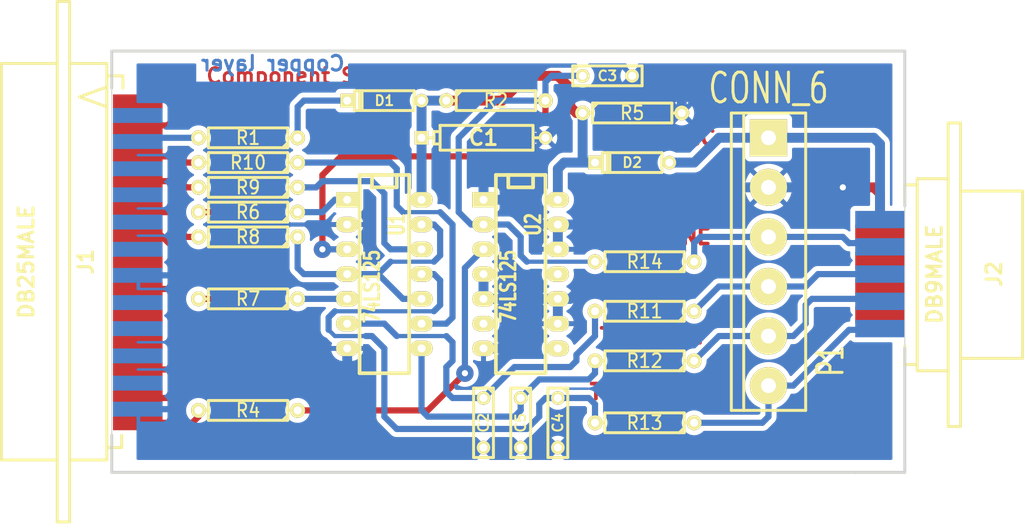
<source format=kicad_pcb>
(kicad_pcb (version 20221018) (generator pcbnew)
  (title_block (rev "1") (company "Kicad Demo"))
  (layers (0 "F.Cu" signal "Dessus") (31 "B.Cu" signal "Dessous") (34 "B.Paste" user) (35 "F.Paste" user) (36 "B.SilkS" user "B.Silkscreen") (37 "F.SilkS" user "F.Silkscreen") (38 "B.Mask" user) (39 "F.Mask" user) (44 "Edge.Cuts" user))
  (net 0 "")
  (net 1 "/CLK-D1")
  (net 2 "/CTRL-D3")
  (net 3 "/DONE-SELECT*")
  (net 4 "/PWR_3,3-5V")
  (net 5 "/TCK-CCLK")
  (net 6 "/TD0-DONE")
  (net 7 "/TD0-PROG-D4")
  (net 8 "/TDI-DIN")
  (net 9 "/TDI-DIN-D0")
  (net 10 "/TMS-PROG")
  (net 11 "/TMS-PROG-D2")
  (net 12 "/VCC_SENSE-ERROR*")
  (net 13 "GND")
  (net 14 "N-000008")
  (net 15 "N-000014")
  (net 16 "N-000015")
  (net 17 "N-000016")
  (net 18 "N-000030")
  (net 19 "N-000031")
  (net 20 "N-000032")
  (net 21 "N-000033")
  (net 22 "N-000034")
  (net 23 "N-000035")
  (net 24 "N-000036")
  (net 25 "N-000038")
  (net 26 "VCC")
  (footprint "R4" (layer "F.Cu") (at 116.84 86.36 180)
    (fp_text reference "R8" (at 0 0 180) (layer "F.SilkS") (effects (font (size 1.397 1.27) (thickness 0.2032))))
    (fp_text value "100" hide)
    (pad "1" thru_hole circle (at -5.08 0 180) (size 1.524 1.524) (drill 0.8128) (layers "*.Cu" "*.Mask" "F.SilkS") (net 21 "N-000033"))
    (pad "2" thru_hole circle (at 5.08 0 180) (size 1.524 1.524) (drill 0.8128) (layers "*.Cu" "*.Mask" "F.SilkS") (net 2 "/CTRL-D3"))
  )
  (footprint "R4" (layer "F.Cu") (at 156.21 73.66)
    (fp_text reference "R5" (at 0 0) (layer "F.SilkS") (effects (font (size 1.397 1.27) (thickness 0.2032))))
    (fp_text value "1K" hide)
    (pad "1" thru_hole circle (at -5.08 0) (size 1.524 1.524) (drill 0.8128) (layers "*.Cu" "*.Mask" "F.SilkS") (net 26 "VCC"))
    (pad "2" thru_hole circle (at 5.08 0) (size 1.524 1.524) (drill 0.8128) (layers "*.Cu" "*.Mask" "F.SilkS") (net 13 "GND"))
  )
  (footprint "R4" (layer "F.Cu") (at 157.48 105.41 180)
    (fp_text reference "R13" (at 0 0 180) (layer "F.SilkS") (effects (font (size 1.397 1.27) (thickness 0.2032))))
    (fp_text value "100" hide)
    (pad "1" thru_hole circle (at -5.08 0 180) (size 1.524 1.524) (drill 0.8128) (layers "*.Cu" "*.Mask" "F.SilkS") (net 10 "/TMS-PROG"))
    (pad "2" thru_hole circle (at 5.08 0 180) (size 1.524 1.524) (drill 0.8128) (layers "*.Cu" "*.Mask" "F.SilkS") (net 22 "N-000034"))
  )
  (footprint "DB25M_CI" (layer "F.Cu") (at 102.87 88.9 90)
    (fp_text reference "J1" (at 0 -2.667 270) (layer "F.SilkS") (effects (font (size 1.524 1.524) (thickness 0.3048))))
    (fp_text value "DB25MALE" (at 0 -8.763 270) (layer "F.SilkS") (effects (font (size 1.524 1.524) (thickness 0.3048))))
    (pad "1" connect rect (at 16.383 2.667 180) (size 5.08 1.524) (layers "F.Cu" "F.Mask"))
    (pad "2" connect rect (at 13.716 2.667 180) (size 5.08 1.524) (layers "F.Cu" "F.Mask") (net 9 "/TDI-DIN-D0"))
    (pad "3" connect rect (at 10.922 2.667 180) (size 5.08 1.524) (layers "F.Cu" "F.Mask") (net 1 "/CLK-D1"))
    (pad "4" connect rect (at 8.128 2.667 180) (size 5.08 1.524) (layers "F.Cu" "F.Mask") (net 11 "/TMS-PROG-D2"))
    (pad "5" connect rect (at 5.461 2.667 180) (size 5.08 1.524) (layers "F.Cu" "F.Mask") (net 2 "/CTRL-D3"))
    (pad "6" connect rect (at 2.667 2.667 180) (size 5.08 1.524) (layers "F.Cu" "F.Mask") (net 7 "/TD0-PROG-D4"))
    (pad "7" connect rect (at 0 2.667 180) (size 5.08 1.524) (layers "F.Cu" "F.Mask"))
    (pad "8" connect rect (at -2.794 2.667 180) (size 5.08 1.524) (layers "F.Cu" "F.Mask") (net 14 "N-000008"))
    (pad "9" connect rect (at -5.588 2.667 180) (size 5.08 1.524) (layers "F.Cu" "F.Mask"))
    (pad "10" connect rect (at -8.255 2.667 180) (size 5.08 1.524) (layers "F.Cu" "F.Mask"))
    (pad "11" connect rect (at -11.049 2.667 180) (size 5.08 1.524) (layers "F.Cu" "F.Mask") (net 14 "N-000008"))
    (pad "12" connect rect (at -13.716 2.667 180) (size 5.08 1.524) (layers "F.Cu" "F.Mask") (net 14 "N-000008"))
    (pad "13" connect rect (at -16.51 2.667 180) (size 5.08 1.524) (layers "F.Cu" "F.Mask") (net 3 "/DONE-SELECT*"))
    (pad "14" connect rect (at 14.986 2.667 180) (size 5.08 1.524) (layers "B.Cu" "B.Mask"))
    (pad "15" connect rect (at 12.319 2.667 180) (size 5.08 1.524) (layers "B.Cu" "B.Mask") (net 12 "/VCC_SENSE-ERROR*"))
    (pad "16" connect rect (at 9.525 2.667 180) (size 5.08 1.524) (layers "B.Cu" "B.Mask"))
    (pad "17" connect rect (at 6.858 2.667 180) (size 5.08 1.524) (layers "B.Cu" "B.Mask"))
    (pad "18" connect rect (at 4.064 2.667 180) (size 5.08 1.524) (layers "B.Cu" "B.Mask"))
    (pad "19" connect rect (at 1.27 2.667 180) (size 5.08 1.524) (layers "B.Cu" "B.Mask"))
    (pad "20" connect rect (at -1.397 2.667 180) (size 5.08 1.524) (layers "B.Cu" "B.Mask") (net 13 "GND"))
    (pad "21" connect rect (at -4.191 2.667 180) (size 5.08 1.524) (layers "B.Cu" "B.Mask"))
    (pad "22" connect rect (at -6.858 2.667 180) (size 5.08 1.524) (layers "B.Cu" "B.Mask"))
    (pad "23" connect rect (at -9.652 2.667 180) (size 5.08 1.524) (layers "B.Cu" "B.Mask"))
    (pad "24" connect rect (at -12.446 2.667 180) (size 5.08 1.524) (layers "B.Cu" "B.Mask"))
    (pad "25" connect rect (at -15.113 2.667 180) (size 5.08 1.524) (layers "B.Cu" "B.Mask") (net 13 "GND"))
  )
  (footprint "R4" (layer "F.Cu") (at 157.48 88.9 180)
    (fp_text reference "R14" (at 0 0 180) (layer "F.SilkS") (effects (font (size 1.397 1.27) (thickness 0.2032))))
    (fp_text value "100" hide)
    (pad "1" thru_hole circle (at -5.08 0 180) (size 1.524 1.524) (drill 0.8128) (layers "*.Cu" "*.Mask" "F.SilkS") (net 6 "/TD0-DONE"))
    (pad "2" thru_hole circle (at 5.08 0 180) (size 1.524 1.524) (drill 0.8128) (layers "*.Cu" "*.Mask" "F.SilkS") (net 25 "N-000038"))
  )
  (footprint "R4" (layer "F.Cu") (at 142.24 72.39)
    (fp_text reference "R2" (at 0 0) (layer "F.SilkS") (effects (font (size 1.397 1.27) (thickness 0.2032))))
    (fp_text value "5,1K" hide)
    (pad "1" thru_hole circle (at -5.08 0) (size 1.524 1.524) (drill 0.8128) (layers "*.Cu" "*.Mask" "F.SilkS") (net 26 "VCC"))
    (pad "2" thru_hole circle (at 5.08 0) (size 1.524 1.524) (drill 0.8128) (layers "*.Cu" "*.Mask" "F.SilkS") (net 25 "N-000038"))
  )
  (footprint "C2" (layer "F.Cu") (at 148.59 105.41 -90)
    (fp_text reference "C4" (at 0 0 270) (layer "F.SilkS") (effects (font (size 1.016 1.016) (thickness 0.2032))))
    (fp_text value "100pF" hide)
    (pad "1" thru_hole circle (at -2.54 0 270) (size 1.397 1.397) (drill 0.8128) (layers "*.Cu" "*.Mask" "F.SilkS") (net 22 "N-000034"))
    (pad "2" thru_hole circle (at 2.54 0 270) (size 1.397 1.397) (drill 0.8128) (layers "*.Cu" "*.Mask" "F.SilkS") (net 13 "GND"))
  )
  (footprint "14DIP-ELL300" (layer "F.Cu") (at 130.81 90.17 -90)
    (fp_text reference "U1" (at -5.08 -1.27 270) (layer "F.SilkS") (effects (font (size 1.524 1.143) (thickness 0.28702))))
    (fp_text value "74LS125" (at 1.27 1.27 270) (layer "F.SilkS") (effects (font (size 1.524 1.143) (thickness 0.28702))))
    (pad "1" thru_hole rect (at -7.62 3.81 270) (size 1.5748 2.286) (drill 0.8128) (layers "*.Cu" "*.Mask" "F.SilkS") (net 19 "N-000031"))
    (pad "2" thru_hole oval (at -5.08 3.81 270) (size 1.5748 2.286) (drill 0.8128) (layers "*.Cu" "*.Mask" "F.SilkS") (net 13 "GND"))
    (pad "3" thru_hole oval (at -2.54 3.81 270) (size 1.5748 2.286) (drill 0.8128) (layers "*.Cu" "*.Mask" "F.SilkS") (net 25 "N-000038"))
    (pad "4" thru_hole oval (at 0 3.81 270) (size 1.5748 2.286) (drill 0.8128) (layers "*.Cu" "*.Mask" "F.SilkS") (net 21 "N-000033"))
    (pad "5" thru_hole oval (at 2.54 3.81 270) (size 1.5748 2.286) (drill 0.8128) (layers "*.Cu" "*.Mask" "F.SilkS") (net 17 "N-000016"))
    (pad "6" thru_hole oval (at 5.08 3.81 270) (size 1.5748 2.286) (drill 0.8128) (layers "*.Cu" "*.Mask" "F.SilkS") (net 23 "N-000035"))
    (pad "7" thru_hole oval (at 7.62 3.81 270) (size 1.5748 2.286) (drill 0.8128) (layers "*.Cu" "*.Mask" "F.SilkS") (net 13 "GND"))
    (pad "8" thru_hole oval (at 7.62 -3.81 270) (size 1.5748 2.286) (drill 0.8128) (layers "*.Cu" "*.Mask" "F.SilkS") (net 24 "N-000036"))
    (pad "9" thru_hole oval (at 5.08 -3.81 270) (size 1.5748 2.286) (drill 0.8128) (layers "*.Cu" "*.Mask" "F.SilkS") (net 18 "N-000030"))
    (pad "10" thru_hole oval (at 2.54 -3.81 270) (size 1.5748 2.286) (drill 0.8128) (layers "*.Cu" "*.Mask" "F.SilkS") (net 21 "N-000033"))
    (pad "11" thru_hole oval (at 0 -3.81 270) (size 1.5748 2.286) (drill 0.8128) (layers "*.Cu" "*.Mask" "F.SilkS") (net 22 "N-000034"))
    (pad "12" thru_hole oval (at -2.54 -3.81 270) (size 1.5748 2.286) (drill 0.8128) (layers "*.Cu" "*.Mask" "F.SilkS") (net 20 "N-000032"))
    (pad "13" thru_hole oval (at -5.08 -3.81 270) (size 1.5748 2.286) (drill 0.8128) (layers "*.Cu" "*.Mask" "F.SilkS") (net 21 "N-000033"))
    (pad "14" thru_hole oval (at -7.62 -3.81 270) (size 1.5748 2.286) (drill 0.8128) (layers "*.Cu" "*.Mask" "F.SilkS") (net 26 "VCC"))
  )
  (footprint "14DIP-ELL300" (layer "F.Cu") (at 144.78 90.17 -90)
    (fp_text reference "U2" (at -5.08 -1.27 270) (layer "F.SilkS") (effects (font (size 1.524 1.143) (thickness 0.28702))))
    (fp_text value "74LS125" (at 1.27 1.27 270) (layer "F.SilkS") (effects (font (size 1.524 1.143) (thickness 0.28702))))
    (pad "1" thru_hole rect (at -7.62 3.81 270) (size 1.5748 2.286) (drill 0.8128) (layers "*.Cu" "*.Mask" "F.SilkS") (net 13 "GND"))
    (pad "2" thru_hole oval (at -5.08 3.81 270) (size 1.5748 2.286) (drill 0.8128) (layers "*.Cu" "*.Mask" "F.SilkS") (net 25 "N-000038"))
    (pad "3" thru_hole oval (at -2.54 3.81 270) (size 1.5748 2.286) (drill 0.8128) (layers "*.Cu" "*.Mask" "F.SilkS") (net 16 "N-000015"))
    (pad "4" thru_hole oval (at 0 3.81 270) (size 1.5748 2.286) (drill 0.8128) (layers "*.Cu" "*.Mask" "F.SilkS") (net 13 "GND"))
    (pad "5" thru_hole oval (at 2.54 3.81 270) (size 1.5748 2.286) (drill 0.8128) (layers "*.Cu" "*.Mask" "F.SilkS") (net 13 "GND"))
    (pad "6" thru_hole oval (at 5.08 3.81 270) (size 1.5748 2.286) (drill 0.8128) (layers "*.Cu" "*.Mask" "F.SilkS"))
    (pad "7" thru_hole oval (at 7.62 3.81 270) (size 1.5748 2.286) (drill 0.8128) (layers "*.Cu" "*.Mask" "F.SilkS") (net 13 "GND"))
    (pad "8" thru_hole oval (at 7.62 -3.81 270) (size 1.5748 2.286) (drill 0.8128) (layers "*.Cu" "*.Mask" "F.SilkS"))
    (pad "9" thru_hole oval (at 5.08 -3.81 270) (size 1.5748 2.286) (drill 0.8128) (layers "*.Cu" "*.Mask" "F.SilkS") (net 13 "GND"))
    (pad "10" thru_hole oval (at 2.54 -3.81 270) (size 1.5748 2.286) (drill 0.8128) (layers "*.Cu" "*.Mask" "F.SilkS") (net 13 "GND"))
    (pad "11" thru_hole oval (at 0 -3.81 270) (size 1.5748 2.286) (drill 0.8128) (layers "*.Cu" "*.Mask" "F.SilkS"))
    (pad "12" thru_hole oval (at -2.54 -3.81 270) (size 1.5748 2.286) (drill 0.8128) (layers "*.Cu" "*.Mask" "F.SilkS") (net 13 "GND"))
    (pad "13" thru_hole oval (at -5.08 -3.81 270) (size 1.5748 2.286) (drill 0.8128) (layers "*.Cu" "*.Mask" "F.SilkS") (net 13 "GND"))
    (pad "14" thru_hole oval (at -7.62 -3.81 270) (size 1.5748 2.286) (drill 0.8128) (layers "*.Cu" "*.Mask" "F.SilkS") (net 26 "VCC"))
  )
  (footprint "R4" (layer "F.Cu") (at 116.84 92.71 180)
    (fp_text reference "R7" (at 0 0 180) (layer "F.SilkS") (effects (font (size 1.397 1.27) (thickness 0.2032))))
    (fp_text value "100" hide)
    (pad "1" thru_hole circle (at -5.08 0 180) (size 1.524 1.524) (drill 0.8128) (layers "*.Cu" "*.Mask" "F.SilkS") (net 17 "N-000016"))
    (pad "2" thru_hole circle (at 5.08 0 180) (size 1.524 1.524) (drill 0.8128) (layers "*.Cu" "*.Mask" "F.SilkS") (net 9 "/TDI-DIN-D0"))
  )
  (footprint "R4" (layer "F.Cu") (at 116.84 76.2 180)
    (fp_text reference "R1" (at 0 0 180) (layer "F.SilkS") (effects (font (size 1.397 1.27) (thickness 0.2032))))
    (fp_text value "100" hide)
    (pad "1" thru_hole circle (at -5.08 0 180) (size 1.524 1.524) (drill 0.8128) (layers "*.Cu" "*.Mask" "F.SilkS") (net 15 "N-000014"))
    (pad "2" thru_hole circle (at 5.08 0 180) (size 1.524 1.524) (drill 0.8128) (layers "*.Cu" "*.Mask" "F.SilkS") (net 12 "/VCC_SENSE-ERROR*"))
  )
  (footprint "R4" (layer "F.Cu") (at 116.84 81.28 180)
    (fp_text reference "R9" (at 0 0 180) (layer "F.SilkS") (effects (font (size 1.397 1.27) (thickness 0.2032))))
    (fp_text value "100" hide)
    (pad "1" thru_hole circle (at -5.08 0 180) (size 1.524 1.524) (drill 0.8128) (layers "*.Cu" "*.Mask" "F.SilkS") (net 20 "N-000032"))
    (pad "2" thru_hole circle (at 5.08 0 180) (size 1.524 1.524) (drill 0.8128) (layers "*.Cu" "*.Mask" "F.SilkS") (net 11 "/TMS-PROG-D2"))
  )
  (footprint "D3" (layer "F.Cu") (at 156.21 78.74 180)
    (fp_text reference "D2" (at 0 0 180) (layer "F.SilkS") (effects (font (size 1.016 1.016) (thickness 0.2032))))
    (fp_text value "BAT46" hide)
    (pad "1" thru_hole circle (at -3.81 0 180) (size 1.397 1.397) (drill 0.8128) (layers "*.Cu" "*.Mask" "F.SilkS") (net 4 "/PWR_3,3-5V"))
    (pad "2" thru_hole rect (at 3.81 0 180) (size 1.397 1.397) (drill 0.8128) (layers "*.Cu" "*.Mask" "F.SilkS") (net 26 "VCC"))
  )
  (footprint "C2" (layer "F.Cu") (at 144.78 105.41 -90)
    (fp_text reference "C5" (at 0 0 270) (layer "F.SilkS") (effects (font (size 1.016 1.016) (thickness 0.2032))))
    (fp_text value "100pF" hide)
    (pad "1" thru_hole circle (at -2.54 0 270) (size 1.397 1.397) (drill 0.8128) (layers "*.Cu" "*.Mask" "F.SilkS") (net 24 "N-000036"))
    (pad "2" thru_hole circle (at 2.54 0 270) (size 1.397 1.397) (drill 0.8128) (layers "*.Cu" "*.Mask" "F.SilkS") (net 13 "GND"))
  )
  (footprint "DB9M_CI_INVERT" (layer "F.Cu") (at 184.15 90.17 -90)
    (fp_text reference "J2" (at 0 -9.144 270) (layer "F.SilkS") (effects (font (size 1.524 1.524) (thickness 0.3048))))
    (fp_text value "DB9MALE" (at 0 -3.048 270) (layer "F.SilkS") (effects (font (size 1.524 1.524) (thickness 0.3048))))
    (pad "1" connect rect (at -5.588 2.54 270) (size 1.778 5.08) (layers "B.Cu" "B.Mask") (net 4 "/PWR_3,3-5V"))
    (pad "2" connect rect (at -2.794 2.54 270) (size 1.778 5.08) (layers "B.Cu" "B.Mask") (net 6 "/TD0-DONE"))
    (pad "3" connect rect (at 0 2.54 270) (size 1.778 5.08) (layers "B.Cu" "B.Mask") (net 8 "/TDI-DIN"))
    (pad "4" connect rect (at 2.794 2.54 270) (size 1.778 5.08) (layers "B.Cu" "B.Mask") (net 5 "/TCK-CCLK"))
    (pad "5" connect rect (at 5.588 2.54 270) (size 1.778 5.08) (layers "B.Cu" "B.Mask") (net 10 "/TMS-PROG"))
    (pad "6" connect rect (at -4.191 2.54 270) (size 1.778 5.08) (layers "F.Cu" "F.Mask") (net 13 "GND"))
    (pad "7" connect rect (at -1.397 2.54 270) (size 1.778 5.08) (layers "F.Cu" "F.Mask") (net 13 "GND"))
    (pad "8" connect rect (at 1.397 2.54 270) (size 1.778 5.08) (layers "F.Cu" "F.Mask") (net 13 "GND"))
    (pad "9" connect rect (at 4.191 2.54 270) (size 1.778 5.08) (layers "F.Cu" "F.Mask") (net 13 "GND"))
  )
  (footprint "D3" (layer "F.Cu") (at 130.81 72.39 180)
    (fp_text reference "D1" (at 0 0 180) (layer "F.SilkS") (effects (font (size 1.016 1.016) (thickness 0.2032))))
    (fp_text value "BAT46" hide)
    (pad "1" thru_hole circle (at -3.81 0 180) (size 1.397 1.397) (drill 0.8128) (layers "*.Cu" "*.Mask" "F.SilkS") (net 26 "VCC"))
    (pad "2" thru_hole rect (at 3.81 0 180) (size 1.397 1.397) (drill 0.8128) (layers "*.Cu" "*.Mask" "F.SilkS") (net 15 "N-000014"))
  )
  (footprint "bornier6" (layer "F.Cu") (at 170.18 88.9 -90)
    (fp_text reference "P1" (at 10.16 -6.35 270) (layer "F.SilkS") (effects (font (size 2.6162 1.59766) (thickness 0.3048))))
    (fp_text value "CONN_6" (at -17.78 0) (layer "F.SilkS") (effects (font (size 3.05054 2.0955) (thickness 0.3048))))
    (pad "1" thru_hole rect (at -12.7 0 270) (size 3.81 3.81) (drill 1.524) (layers "*.Cu" "*.Mask" "F.SilkS") (net 4 "/PWR_3,3-5V"))
    (pad "2" thru_hole circle (at -7.62 0 270) (size 3.81 3.81) (drill 1.524) (layers "*.Cu" "*.Mask" "F.SilkS") (net 13 "GND"))
    (pad "3" thru_hole circle (at -2.54 0 270) (size 3.81 3.81) (drill 1.524) (layers "*.Cu" "*.Mask" "F.SilkS") (net 6 "/TD0-DONE"))
    (pad "4" thru_hole circle (at 2.54 0 270) (size 3.81 3.81) (drill 1.524) (layers "*.Cu" "*.Mask" "F.SilkS") (net 8 "/TDI-DIN"))
    (pad "5" thru_hole circle (at 7.62 0 270) (size 3.81 3.81) (drill 1.524) (layers "*.Cu" "*.Mask" "F.SilkS") (net 5 "/TCK-CCLK"))
    (pad "6" thru_hole circle (at 12.7 0 270) (size 3.81 3.81) (drill 1.524) (layers "*.Cu" "*.Mask" "F.SilkS") (net 10 "/TMS-PROG"))
  )
  (footprint "R4" (layer "F.Cu") (at 157.48 99.06 180)
    (fp_text reference "R12" (at 0 0 180) (layer "F.SilkS") (effects (font (size 1.397 1.27) (thickness 0.2032))))
    (fp_text value "100" hide)
    (pad "1" thru_hole circle (at -5.08 0 180) (size 1.524 1.524) (drill 0.8128) (layers "*.Cu" "*.Mask" "F.SilkS") (net 5 "/TCK-CCLK"))
    (pad "2" thru_hole circle (at 5.08 0 180) (size 1.524 1.524) (drill 0.8128) (layers "*.Cu" "*.Mask" "F.SilkS") (net 24 "N-000036"))
  )
  (footprint "R4" (layer "F.Cu") (at 116.84 78.74 180)
    (fp_text reference "R10" (at 0 0 180) (layer "F.SilkS") (effects (font (size 1.397 1.27) (thickness 0.2032))))
    (fp_text value "100" hide)
    (pad "1" thru_hole circle (at -5.08 0 180) (size 1.524 1.524) (drill 0.8128) (layers "*.Cu" "*.Mask" "F.SilkS") (net 18 "N-000030"))
    (pad "2" thru_hole circle (at 5.08 0 180) (size 1.524 1.524) (drill 0.8128) (layers "*.Cu" "*.Mask" "F.SilkS") (net 1 "/CLK-D1"))
  )
  (footprint "CP5" (layer "F.Cu") (at 140.97 76.2)
    (fp_text reference "C1" (at 0 0) (layer "F.SilkS") (effects (font (size 1.524 1.524) (thickness 0.3048))))
    (fp_text value "1uF" hide)
    (pad "1" thru_hole rect (at -6.35 0) (size 1.397 1.397) (drill 0.8128) (layers "*.Cu" "*.Mask" "F.SilkS") (net 26 "VCC"))
    (pad "2" thru_hole circle (at 6.35 0) (size 1.397 1.397) (drill 0.8128) (layers "*.Cu" "*.Mask" "F.SilkS") (net 13 "GND"))
  )
  (footprint "C2" (layer "F.Cu") (at 140.97 105.41 -90)
    (fp_text reference "C2" (at 0 0 270) (layer "F.SilkS") (effects (font (size 1.016 1.016) (thickness 0.2032))))
    (fp_text value "100pF" hide)
    (pad "1" thru_hole circle (at -2.54 0 270) (size 1.397 1.397) (drill 0.8128) (layers "*.Cu" "*.Mask" "F.SilkS") (net 23 "N-000035"))
    (pad "2" thru_hole circle (at 2.54 0 270) (size 1.397 1.397) (drill 0.8128) (layers "*.Cu" "*.Mask" "F.SilkS") (net 13 "GND"))
  )
  (footprint "C2" (layer "F.Cu") (at 153.67 69.85)
    (fp_text reference "C3" (at 0 0) (layer "F.SilkS") (effects (font (size 1.016 1.016) (thickness 0.2032))))
    (fp_text value "100pF" hide)
    (pad "1" thru_hole circle (at -2.54 0) (size 1.397 1.397) (drill 0.8128) (layers "*.Cu" "*.Mask" "F.SilkS") (net 25 "N-000038"))
    (pad "2" thru_hole circle (at 2.54 0) (size 1.397 1.397) (drill 0.8128) (layers "*.Cu" "*.Mask" "F.SilkS") (net 13 "GND"))
  )
  (footprint "R4" (layer "F.Cu") (at 116.84 83.82 180)
    (fp_text reference "R6" (at 0 0 180) (layer "F.SilkS") (effects (font (size 1.397 1.27) (thickness 0.2032))))
    (fp_text value "100" hide)
    (pad "1" thru_hole circle (at -5.08 0 180) (size 1.524 1.524) (drill 0.8128) (layers "*.Cu" "*.Mask" "F.SilkS") (net 19 "N-000031"))
    (pad "2" thru_hole circle (at 5.08 0 180) (size 1.524 1.524) (drill 0.8128) (layers "*.Cu" "*.Mask" "F.SilkS") (net 7 "/TD0-PROG-D4"))
  )
  (footprint "R4" (layer "F.Cu") (at 116.84 104.14 180)
    (fp_text reference "R4" (at 0 0 180) (layer "F.SilkS") (effects (font (size 1.397 1.27) (thickness 0.2032))))
    (fp_text value "47" hide)
    (pad "1" thru_hole circle (at -5.08 0 180) (size 1.524 1.524) (drill 0.8128) (layers "*.Cu" "*.Mask" "F.SilkS") (net 16 "N-000015"))
    (pad "2" thru_hole circle (at 5.08 0 180) (size 1.524 1.524) (drill 0.8128) (layers "*.Cu" "*.Mask" "F.SilkS") (net 3 "/DONE-SELECT*"))
  )
  (footprint "R4" (layer "F.Cu") (at 157.48 93.98 180)
    (fp_text reference "R11" (at 0 0 180) (layer "F.SilkS") (effects (font (size 1.397 1.27) (thickness 0.2032))))
    (fp_text value "100" hide)
    (pad "1" thru_hole circle (at -5.08 0 180) (size 1.524 1.524) (drill 0.8128) (layers "*.Cu" "*.Mask" "F.SilkS") (net 8 "/TDI-DIN"))
    (pad "2" thru_hole circle (at 5.08 0 180) (size 1.524 1.524) (drill 0.8128) (layers "*.Cu" "*.Mask" "F.SilkS") (net 23 "N-000035"))
  )
  (gr_line (start 179.07 110.49) (end 102.87 110.49) (stroke (width 0.3048)) (layer "Edge.Cuts"))
  (gr_line (start 102.87 110.49) (end 102.87 106.68) (stroke (width 0.3048)) (layer "Edge.Cuts"))
  (gr_line (start 184.15 83.185) (end 184.15 97.79) (stroke (width 0.1)) (layer "Edge.Cuts"))
  (gr_line (start 179.07 67.31) (end 184.15 67.31) (stroke (width 0.3048)) (layer "Edge.Cuts"))
  (gr_line (start 102.87 67.31) (end 179.07 67.31) (stroke (width 0.3048)) (layer "Edge.Cuts"))
  (gr_line (start 102.87 71.12) (end 102.87 106.68) (stroke (width 0.1)) (layer "Edge.Cuts"))
  (gr_line (start 102.87 71.12) (end 102.87 67.31) (stroke (width 0.3048)) (layer "Edge.Cuts"))
  (gr_line (start 184.15 110.49) (end 179.07 110.49) (stroke (width 0.3048)) (layer "Edge.Cuts"))
  (gr_line (start 184.15 67.31) (end 184.15 83.185) (stroke (width 0.3048)) (layer "Edge.Cuts"))
  (gr_line (start 184.15 97.79) (end 184.15 110.49) (stroke (width 0.3048)) (layer "Edge.Cuts"))
  (gr_text "GND" (at 162.56 81.28) (layer "F.Cu") (effects (font (size 1.524 1.524) (thickness 0.381))))
  (gr_text "TMS-PROG" (at 158.115 102.235) (layer "F.Cu") (effects (font (size 1.524 1.524) (thickness 0.381))))
  (gr_text "TDI-TIN" (at 158.115 91.44) (layer "F.Cu") (effects (font (size 1.524 1.524) (thickness 0.381))))
  (gr_text "TCK-CCL" (at 158.115 96.52) (layer "F.Cu") (effects (font (size 1.524 1.524) (thickness 0.381))))
  (gr_text "TDO-DONE" (at 158.115 86.36) (layer "F.Cu") (effects (font (size 1.524 1.524) (thickness 0.381))))
  (gr_text "VCC" (at 162.56 76.2) (layer "F.Cu") (effects (font (size 1.524 1.524) (thickness 0.381))))
  (gr_text "Component Side" (at 121.92 69.85) (layer "F.Cu") (effects (font (size 1.524 1.524) (thickness 0.3048))))
  (gr_text "Copper layer" (at 119.38 68.58) (layer "B.Cu") (effects (font (size 1.524 1.524) (thickness 0.3048)) (justify mirror)))
  (segment (start 106.045 78.105) (end 105.537 77.978) (width 0.635) (layer "F.Cu") (net 1))
  (segment (start 109.855 78.105) (end 106.045 78.105) (width 0.635) (layer "F.Cu") (net 1))
  (segment (start 111.76 78.74) (end 110.49 78.74) (width 0.635) (layer "F.Cu") (net 1))
  (segment (start 110.49 78.74) (end 109.855 78.105) (width 0.635) (layer "F.Cu") (net 1))
  (segment (start 110.49 86.36) (end 109.855 85.725) (width 0.635) (layer "F.Cu") (net 2))
  (segment (start 109.22 83.82) (end 105.41 83.82) (width 0.635) (layer "F.Cu") (net 2))
  (segment (start 109.855 85.725) (end 109.855 84.455) (width 0.635) (layer "F.Cu") (net 2))
  (segment (start 109.855 84.455) (end 109.22 83.82) (width 0.635) (layer "F.Cu") (net 2))
  (segment (start 105.41 83.82) (end 105.537 83.439) (width 0.635) (layer "F.Cu") (net 2))
  (segment (start 111.76 86.36) (end 110.49 86.36) (width 0.635) (layer "F.Cu") (net 2))
  (segment (start 111.76 104.14) (end 111.76 104.775) (width 0.635) (layer "F.Cu") (net 3))
  (segment (start 111.76 104.775) (end 111.125 105.41) (width 0.635) (layer "F.Cu") (net 3))
  (segment (start 111.125 105.41) (end 105.537 105.41) (width 0.635) (layer "F.Cu") (net 3))
  (segment (start 181.61 76.835) (end 181.61 84.582) (width 1.016) (layer "B.Cu") (net 4))
  (segment (start 181.61 76.835) (end 180.975 76.2) (width 1.016) (layer "B.Cu") (net 4))
  (segment (start 165.1 76.2) (end 170.18 76.2) (width 1.016) (layer "B.Cu") (net 4))
  (segment (start 170.18 76.2) (end 180.975 76.2) (width 1.016) (layer "B.Cu") (net 4))
  (segment (start 160.02 78.74) (end 162.56 78.74) (width 1.016) (layer "B.Cu") (net 4))
  (segment (start 162.56 78.74) (end 165.1 76.2) (width 1.016) (layer "B.Cu") (net 4))
  (segment (start 172.72 96.52) (end 173.99 95.25) (width 0.635) (layer "B.Cu") (net 5))
  (segment (start 162.56 99.06) (end 165.1 96.52) (width 0.635) (layer "B.Cu") (net 5))
  (segment (start 173.99 93.345) (end 174.625 92.71) (width 0.635) (layer "B.Cu") (net 5))
  (segment (start 173.99 95.25) (end 173.99 93.345) (width 0.635) (layer "B.Cu") (net 5))
  (segment (start 174.625 92.71) (end 181.61 92.71) (width 0.635) (layer "B.Cu") (net 5))
  (segment (start 170.18 96.52) (end 172.72 96.52) (width 0.635) (layer "B.Cu") (net 5))
  (segment (start 165.1 96.52) (end 170.18 96.52) (width 0.635) (layer "B.Cu") (net 5))
  (segment (start 181.61 92.71) (end 181.61 92.964) (width 0.635) (layer "B.Cu") (net 5))
  (segment (start 162.56 88.9) (end 162.56 86.995) (width 0.635) (layer "B.Cu") (net 6))
  (segment (start 178.435 86.995) (end 180.975 86.995) (width 0.635) (layer "B.Cu") (net 6))
  (segment (start 163.195 86.36) (end 170.18 86.36) (width 0.635) (layer "B.Cu") (net 6))
  (segment (start 162.56 86.995) (end 163.195 86.36) (width 0.635) (layer "B.Cu") (net 6))
  (segment (start 177.8 86.36) (end 178.435 86.995) (width 0.635) (layer "B.Cu") (net 6))
  (segment (start 170.18 86.36) (end 177.8 86.36) (width 0.635) (layer "B.Cu") (net 6))
  (segment (start 180.975 86.995) (end 181.61 87.376) (width 0.635) (layer "B.Cu") (net 6))
  (segment (start 114.3 87.63) (end 114.3 84.455) (width 0.635) (layer "F.Cu") (net 7))
  (segment (start 105.537 86.233) (end 107.95 86.233) (width 0.635) (layer "F.Cu") (net 7))
  (segment (start 113.665 88.265) (end 114.3 87.63) (width 0.635) (layer "F.Cu") (net 7))
  (segment (start 107.95 86.233) (end 109.982 88.265) (width 0.635) (layer "F.Cu") (net 7))
  (segment (start 113.665 83.82) (end 111.76 83.82) (width 0.635) (layer "F.Cu") (net 7))
  (segment (start 109.982 88.265) (end 113.665 88.265) (width 0.635) (layer "F.Cu") (net 7))
  (segment (start 114.3 84.455) (end 113.665 83.82) (width 0.635) (layer "F.Cu") (net 7))
  (segment (start 173.99 91.44) (end 175.26 90.17) (width 0.635) (layer "B.Cu") (net 8))
  (segment (start 170.18 91.44) (end 173.99 91.44) (width 0.635) (layer "B.Cu") (net 8))
  (segment (start 162.56 93.98) (end 165.1 91.44) (width 0.635) (layer "B.Cu") (net 8))
  (segment (start 165.1 91.44) (end 170.18 91.44) (width 0.635) (layer "B.Cu") (net 8))
  (segment (start 175.26 90.17) (end 181.61 90.17) (width 0.635) (layer "B.Cu") (net 8))
  (segment (start 114.935 92.71) (end 116.205 91.44) (width 0.635) (layer "F.Cu") (net 9))
  (segment (start 116.205 91.44) (end 116.205 74.93) (width 0.635) (layer "F.Cu") (net 9))
  (segment (start 109.22 74.295) (end 108.585 74.93) (width 0.635) (layer "F.Cu") (net 9))
  (segment (start 116.205 74.93) (end 115.57 74.295) (width 0.635) (layer "F.Cu") (net 9))
  (segment (start 106.045 74.93) (end 106.045 75.565) (width 0.635) (layer "F.Cu") (net 9))
  (segment (start 115.57 74.295) (end 109.22 74.295) (width 0.635) (layer "F.Cu") (net 9))
  (segment (start 111.76 92.71) (end 114.935 92.71) (width 0.635) (layer "F.Cu") (net 9))
  (segment (start 108.585 74.93) (end 106.045 74.93) (width 0.635) (layer "F.Cu") (net 9))
  (segment (start 106.045 75.565) (end 105.537 75.184) (width 0.635) (layer "F.Cu") (net 9))
  (segment (start 172.72 101.6) (end 178.435 95.885) (width 0.635) (layer "B.Cu") (net 10))
  (segment (start 169.545 105.41) (end 170.18 104.775) (width 0.635) (layer "B.Cu") (net 10))
  (segment (start 178.435 95.885) (end 181.61 95.885) (width 0.635) (layer "B.Cu") (net 10))
  (segment (start 170.18 101.6) (end 172.72 101.6) (width 0.635) (layer "B.Cu") (net 10))
  (segment (start 162.56 105.41) (end 169.545 105.41) (width 0.635) (layer "B.Cu") (net 10))
  (segment (start 170.18 104.775) (end 170.18 101.6) (width 0.635) (layer "B.Cu") (net 10))
  (segment (start 181.61 95.885) (end 181.61 95.758) (width 0.635) (layer "B.Cu") (net 10))
  (segment (start 111.76 81.28) (end 110.49 81.28) (width 0.635) (layer "F.Cu") (net 11))
  (segment (start 106.045 80.645) (end 105.537 80.772) (width 0.635) (layer "F.Cu") (net 11))
  (segment (start 110.49 81.28) (end 109.855 80.645) (width 0.635) (layer "F.Cu") (net 11))
  (segment (start 109.855 80.645) (end 106.045 80.645) (width 0.635) (layer "F.Cu") (net 11))
  (segment (start 111.76 76.2) (end 106.045 76.2) (width 0.635) (layer "B.Cu") (net 12))
  (segment (start 106.045 76.2) (end 105.537 76.581) (width 0.635) (layer "B.Cu") (net 12))
  (segment (start 181.61 85.979) (end 181.61 81.915) (width 1.016) (layer "F.Cu") (net 13))
  (segment (start 181.61 94.361) (end 181.61 91.567) (width 1.016) (layer "F.Cu") (net 13))
  (segment (start 181.61 88.773) (end 181.61 85.979) (width 1.016) (layer "F.Cu") (net 13))
  (segment (start 177.8 81.28) (end 180.975 81.28) (width 1.016) (layer "F.Cu") (net 13))
  (segment (start 180.975 81.28) (end 181.61 81.915) (width 1.016) (layer "F.Cu") (net 13))
  (segment (start 181.61 91.567) (end 181.61 88.773) (width 1.016) (layer "F.Cu") (net 13))
  (via (at 177.8 81.28) (size 1.778) (drill 0.635) (layers "F.Cu" "B.Cu") (net 13))
  (segment (start 158.115 73.66) (end 161.29 73.66) (width 1.016) (layer "B.Cu") (net 13))
  (segment (start 149.86 71.755) (end 155.575 71.755) (width 1.016) (layer "B.Cu") (net 13))
  (segment (start 156.845 107.95) (end 157.48 107.315) (width 1.016) (layer "B.Cu") (net 13))
  (segment (start 149.225 72.39) (end 149.86 71.755) (width 1.016) (layer "B.Cu") (net 13))
  (segment (start 116.205 90.17) (end 109.855 90.17) (width 1.016) (layer "B.Cu") (net 13))
  (segment (start 116.84 85.725) (end 116.84 89.535) (width 1.016) (layer "B.Cu") (net 13))
  (segment (start 140.97 107.95) (end 144.78 107.95) (width 1.016) (layer "B.Cu") (net 13))
  (segment (start 160.655 69.85) (end 161.29 70.485) (width 1.016) (layer "B.Cu") (net 13))
  (segment (start 148.59 85.09) (end 154.305 85.09) (width 1.016) (layer "B.Cu") (net 13))
  (segment (start 140.97 97.79) (end 144.145 97.79) (width 1.016) (layer "B.Cu") (net 13))
  (segment (start 154.94 91.44) (end 154.305 92.075) (width 1.016) (layer "B.Cu") (net 13))
  (segment (start 140.97 82.55) (end 140.97 76.835) (width 1.016) (layer "B.Cu") (net 13))
  (segment (start 170.18 81.28) (end 158.115 81.28) (width 1.016) (layer "B.Cu") (net 13))
  (segment (start 141.605 76.2) (end 147.32 76.2) (width 1.016) (layer "B.Cu") (net 13))
  (segment (start 147.32 76.2) (end 149.225 74.295) (width 1.016) (layer "B.Cu") (net 13))
  (segment (start 150.495 92.075) (end 149.86 92.71) (width 1.016) (layer "B.Cu") (net 13))
  (segment (start 156.21 71.12) (end 156.21 69.85) (width 1.016) (layer "B.Cu") (net 13))
  (segment (start 158.115 81.28) (end 157.48 80.645) (width 1.016) (layer "B.Cu") (net 13))
  (segment (start 155.575 71.755) (end 156.21 71.12) (width 1.016) (layer "B.Cu") (net 13))
  (segment (start 154.305 85.09) (end 154.94 85.725) (width 1.016) (layer "B.Cu") (net 13))
  (segment (start 157.48 80.645) (end 157.48 74.295) (width 1.016) (layer "B.Cu") (net 13))
  (segment (start 144.78 97.155) (end 144.78 92.71) (width 1.016) (layer "B.Cu") (net 13))
  (segment (start 157.48 74.295) (end 158.115 73.66) (width 1.016) (layer "B.Cu") (net 13))
  (segment (start 127 107.95) (end 140.97 107.95) (width 1.016) (layer "B.Cu") (net 13))
  (segment (start 127 97.79) (end 127 107.95) (width 1.016) (layer "B.Cu") (net 13))
  (segment (start 156.21 69.85) (end 160.655 69.85) (width 1.016) (layer "B.Cu") (net 13))
  (segment (start 127 85.09) (end 117.475 85.09) (width 0.4318) (layer "B.Cu") (net 13))
  (segment (start 109.22 104.14) (end 109.22 107.315) (width 1.016) (layer "B.Cu") (net 13))
  (segment (start 149.225 74.295) (end 149.225 72.39) (width 1.016) (layer "B.Cu") (net 13))
  (segment (start 149.86 92.71) (end 148.59 92.71) (width 1.016) (layer "B.Cu") (net 13))
  (segment (start 148.59 95.25) (end 148.59 92.71) (width 1.016) (layer "B.Cu") (net 13))
  (segment (start 105.537 104.013) (end 109.22 104.013) (width 0.635) (layer "B.Cu") (net 13))
  (segment (start 148.59 107.95) (end 156.845 107.95) (width 1.016) (layer "B.Cu") (net 13))
  (segment (start 109.855 90.17) (end 109.22 90.805) (width 1.016) (layer "B.Cu") (net 13))
  (segment (start 140.97 92.71) (end 144.78 92.71) (width 1.016) (layer "B.Cu") (net 13))
  (segment (start 144.145 97.79) (end 144.78 97.155) (width 1.016) (layer "B.Cu") (net 13))
  (segment (start 109.855 107.95) (end 127 107.95) (width 1.016) (layer "B.Cu") (net 13))
  (segment (start 157.48 107.315) (end 157.48 80.645) (width 1.016) (layer "B.Cu") (net 13))
  (segment (start 161.29 70.485) (end 161.29 73.66) (width 1.016) (layer "B.Cu") (net 13))
  (segment (start 146.05 85.09) (end 143.51 82.55) (width 1.016) (layer "B.Cu") (net 13))
  (segment (start 117.475 85.09) (end 116.84 85.725) (width 1.016) (layer "B.Cu") (net 13))
  (segment (start 144.78 92.71) (end 148.59 92.71) (width 1.016) (layer "B.Cu") (net 13))
  (segment (start 144.78 107.95) (end 148.59 107.95) (width 1.016) (layer "B.Cu") (net 13))
  (segment (start 140.97 76.835) (end 141.605 76.2) (width 1.016) (layer "B.Cu") (net 13))
  (segment (start 154.94 85.725) (end 154.94 91.44) (width 1.016) (layer "B.Cu") (net 13))
  (segment (start 148.59 87.63) (end 148.59 85.09) (width 1.016) (layer "B.Cu") (net 13))
  (segment (start 109.855 90.297) (end 109.855 90.17) (width 0.635) (layer "B.Cu") (net 13))
  (segment (start 143.51 82.55) (end 140.97 82.55) (width 1.016) (layer "B.Cu") (net 13))
  (segment (start 116.84 89.535) (end 116.205 90.17) (width 1.016) (layer "B.Cu") (net 13))
  (segment (start 105.537 90.297) (end 109.855 90.297) (width 0.635) (layer "B.Cu") (net 13))
  (segment (start 154.305 92.075) (end 150.495 92.075) (width 1.016) (layer "B.Cu") (net 13))
  (segment (start 170.18 81.28) (end 177.8 81.28) (width 1.016) (layer "B.Cu") (net 13))
  (segment (start 148.59 85.09) (end 146.05 85.09) (width 1.016) (layer "B.Cu") (net 13))
  (segment (start 109.22 90.805) (end 109.22 104.14) (width 1.016) (layer "B.Cu") (net 13))
  (segment (start 140.97 92.71) (end 140.97 90.17) (width 1.016) (layer "B.Cu") (net 13))
  (segment (start 109.22 104.013) (end 109.22 104.14) (width 0.635) (layer "B.Cu") (net 13))
  (segment (start 109.22 107.315) (end 109.855 107.95) (width 1.016) (layer "B.Cu") (net 13))
  (segment (start 109.22 102.87) (end 105.41 102.87) (width 0.635) (layer "F.Cu") (net 14))
  (segment (start 109.22 91.694) (end 109.855 92.329) (width 0.635) (layer "F.Cu") (net 14))
  (segment (start 105.537 99.949) (end 109.855 99.949) (width 0.635) (layer "F.Cu") (net 14))
  (segment (start 109.855 100.33) (end 109.855 102.235) (width 0.635) (layer "F.Cu") (net 14))
  (segment (start 109.855 99.949) (end 109.855 100.33) (width 0.635) (layer "F.Cu") (net 14))
  (segment (start 105.41 102.87) (end 105.537 102.616) (width 0.635) (layer "F.Cu") (net 14))
  (segment (start 109.855 102.235) (end 109.22 102.87) (width 0.635) (layer "F.Cu") (net 14))
  (segment (start 105.537 91.694) (end 109.22 91.694) (width 0.635) (layer "F.Cu") (net 14))
  (segment (start 109.855 92.329) (end 109.855 100.33) (width 0.635) (layer "F.Cu") (net 14))
  (segment (start 121.92 76.2) (end 121.92 73.025) (width 0.635) (layer "B.Cu") (net 15))
  (segment (start 121.92 73.025) (end 122.555 72.39) (width 0.635) (layer "B.Cu") (net 15))
  (segment (start 122.555 72.39) (end 127 72.39) (width 0.635) (layer "B.Cu") (net 15))
  (segment (start 135.255 104.14) (end 121.92 104.14) (width 0.635) (layer "F.Cu") (net 16))
  (segment (start 139.065 100.33) (end 135.255 104.14) (width 0.635) (layer "F.Cu") (net 16))
  (via (at 139.065 100.33) (size 1.778) (drill 0.635) (layers "F.Cu" "B.Cu") (net 16))
  (segment (start 140.97 87.63) (end 139.065 89.535) (width 0.635) (layer "B.Cu") (net 16))
  (segment (start 139.065 89.535) (end 139.065 100.33) (width 0.635) (layer "B.Cu") (net 16))
  (segment (start 121.92 92.71) (end 127 92.71) (width 0.635) (layer "B.Cu") (net 17))
  (segment (start 132.715 83.82) (end 136.525 83.82) (width 0.4318) (layer "B.Cu") (net 18))
  (segment (start 137.795 94.615) (end 137.795 85.09) (width 0.635) (layer "B.Cu") (net 18))
  (segment (start 121.92 78.74) (end 131.445 78.74) (width 0.635) (layer "B.Cu") (net 18))
  (segment (start 132.08 83.185) (end 132.715 83.82) (width 0.635) (layer "B.Cu") (net 18))
  (segment (start 132.08 79.375) (end 132.08 83.185) (width 0.635) (layer "B.Cu") (net 18))
  (segment (start 137.795 94.615) (end 137.16 95.25) (width 0.635) (layer "B.Cu") (net 18))
  (segment (start 136.525 83.82) (end 137.795 85.09) (width 0.635) (layer "B.Cu") (net 18))
  (segment (start 131.445 78.74) (end 132.08 79.375) (width 0.635) (layer "B.Cu") (net 18))
  (segment (start 137.16 95.25) (end 134.62 95.25) (width 0.635) (layer "B.Cu") (net 18))
  (segment (start 125.73 82.55) (end 127 82.55) (width 0.635) (layer "B.Cu") (net 19))
  (segment (start 124.46 83.82) (end 125.73 82.55) (width 0.635) (layer "B.Cu") (net 19))
  (segment (start 121.92 83.82) (end 124.46 83.82) (width 0.635) (layer "B.Cu") (net 19))
  (segment (start 131.445 87.63) (end 134.62 87.63) (width 0.635) (layer "B.Cu") (net 20))
  (segment (start 123.825 81.28) (end 124.46 80.645) (width 0.635) (layer "B.Cu") (net 20))
  (segment (start 129.54 80.645) (end 124.46 80.645) (width 0.635) (layer "B.Cu") (net 20))
  (segment (start 130.81 81.915) (end 129.54 80.645) (width 0.635) (layer "B.Cu") (net 20))
  (segment (start 131.445 87.63) (end 130.81 86.995) (width 0.635) (layer "B.Cu") (net 20))
  (segment (start 130.81 86.995) (end 130.81 81.915) (width 0.635) (layer "B.Cu") (net 20))
  (segment (start 121.92 81.28) (end 123.825 81.28) (width 0.635) (layer "B.Cu") (net 20))
  (segment (start 121.92 89.535) (end 122.555 90.17) (width 0.635) (layer "B.Cu") (net 21))
  (segment (start 132.715 92.71) (end 134.62 92.71) (width 0.635) (layer "B.Cu") (net 21))
  (segment (start 130.175 90.17) (end 132.715 92.71) (width 0.635) (layer "B.Cu") (net 21))
  (segment (start 122.555 90.17) (end 127 90.17) (width 0.635) (layer "B.Cu") (net 21))
  (segment (start 130.175 90.17) (end 131.445 88.9) (width 0.635) (layer "B.Cu") (net 21))
  (segment (start 135.89 88.9) (end 136.525 88.265) (width 0.635) (layer "B.Cu") (net 21))
  (segment (start 121.92 86.36) (end 121.92 89.535) (width 0.635) (layer "B.Cu") (net 21))
  (segment (start 131.445 88.9) (end 135.89 88.9) (width 0.4318) (layer "B.Cu") (net 21))
  (segment (start 135.89 85.09) (end 136.525 85.725) (width 0.635) (layer "B.Cu") (net 21))
  (segment (start 127 90.17) (end 130.175 90.17) (width 0.635) (layer "B.Cu") (net 21))
  (segment (start 135.89 85.09) (end 134.62 85.09) (width 0.635) (layer "B.Cu") (net 21))
  (segment (start 136.525 88.265) (end 136.525 85.725) (width 0.635) (layer "B.Cu") (net 21))
  (segment (start 134.62 90.17) (end 135.89 90.17) (width 0.635) (layer "B.Cu") (net 22))
  (segment (start 151.765 102.87) (end 152.4 103.505) (width 0.635) (layer "B.Cu") (net 22))
  (segment (start 129.54 96.52) (end 130.81 97.79) (width 0.635) (layer "B.Cu") (net 22))
  (segment (start 146.685 104.775) (end 146.685 103.505) (width 0.635) (layer "B.Cu") (net 22))
  (segment (start 145.415 106.045) (end 146.685 104.775) (width 0.635) (layer "B.Cu") (net 22))
  (segment (start 132.08 106.045) (end 145.415 106.045) (width 0.635) (layer "B.Cu") (net 22))
  (segment (start 147.32 102.87) (end 148.59 102.87) (width 0.635) (layer "B.Cu") (net 22))
  (segment (start 136.525 90.805) (end 136.525 93.345) (width 0.635) (layer "B.Cu") (net 22))
  (segment (start 152.4 103.505) (end 152.4 105.41) (width 0.635) (layer "B.Cu") (net 22))
  (segment (start 125.095 94.615) (end 125.095 95.885) (width 0.635) (layer "B.Cu") (net 22))
  (segment (start 135.89 90.17) (end 136.525 90.805) (width 0.635) (layer "B.Cu") (net 22))
  (segment (start 146.685 103.505) (end 147.32 102.87) (width 0.635) (layer "B.Cu") (net 22))
  (segment (start 130.81 104.775) (end 132.08 106.045) (width 0.635) (layer "B.Cu") (net 22))
  (segment (start 125.73 96.52) (end 128.905 96.52) (width 0.4318) (layer "B.Cu") (net 22))
  (segment (start 130.81 97.79) (end 130.81 104.775) (width 0.635) (layer "B.Cu") (net 22))
  (segment (start 128.905 96.52) (end 129.54 96.52) (width 0.635) (layer "B.Cu") (net 22))
  (segment (start 135.89 93.98) (end 125.73 93.98) (width 0.4318) (layer "B.Cu") (net 22))
  (segment (start 148.59 102.87) (end 151.765 102.87) (width 0.635) (layer "B.Cu") (net 22))
  (segment (start 125.73 93.98) (end 125.095 94.615) (width 0.635) (layer "B.Cu") (net 22))
  (segment (start 125.73 96.52) (end 125.095 95.885) (width 0.4318) (layer "B.Cu") (net 22))
  (segment (start 136.525 93.345) (end 135.89 93.98) (width 0.635) (layer "B.Cu") (net 22))
  (segment (start 140.97 102.87) (end 144.145 99.695) (width 0.635) (layer "B.Cu") (net 23))
  (segment (start 137.16 102.235) (end 137.795 102.87) (width 0.635) (layer "B.Cu") (net 23))
  (segment (start 137.16 99.695) (end 137.16 102.235) (width 0.635) (layer "B.Cu") (net 23))
  (segment (start 144.145 99.695) (end 149.86 99.695) (width 0.635) (layer "B.Cu") (net 23))
  (segment (start 137.795 97.155) (end 137.795 99.06) (width 0.635) (layer "B.Cu") (net 23))
  (segment (start 149.86 99.695) (end 150.495 99.06) (width 0.635) (layer "B.Cu") (net 23))
  (segment (start 132.08 96.52) (end 137.16 96.52) (width 0.4318) (layer "B.Cu") (net 23))
  (segment (start 137.795 102.87) (end 140.97 102.87) (width 0.635) (layer "B.Cu") (net 23))
  (segment (start 150.495 99.06) (end 150.495 98.425) (width 0.635) (layer "B.Cu") (net 23))
  (segment (start 152.4 96.52) (end 152.4 93.98) (width 0.635) (layer "B.Cu") (net 23))
  (segment (start 137.16 96.52) (end 137.795 97.155) (width 0.635) (layer "B.Cu") (net 23))
  (segment (start 137.795 99.06) (end 137.16 99.695) (width 0.635) (layer "B.Cu") (net 23))
  (segment (start 127 95.25) (end 130.81 95.25) (width 0.635) (layer "B.Cu") (net 23))
  (segment (start 130.81 95.25) (end 132.08 96.52) (width 0.635) (layer "B.Cu") (net 23))
  (segment (start 150.495 98.425) (end 152.4 96.52) (width 0.635) (layer "B.Cu") (net 23))
  (segment (start 144.145 104.775) (end 144.78 104.14) (width 0.635) (layer "B.Cu") (net 24))
  (segment (start 144.78 102.87) (end 146.685 100.965) (width 0.635) (layer "B.Cu") (net 24))
  (segment (start 135.255 104.775) (end 144.145 104.775) (width 0.635) (layer "B.Cu") (net 24))
  (segment (start 146.685 100.965) (end 151.765 100.965) (width 0.635) (layer "B.Cu") (net 24))
  (segment (start 144.78 104.14) (end 144.78 102.87) (width 0.635) (layer "B.Cu") (net 24))
  (segment (start 151.765 100.965) (end 152.4 100.33) (width 0.635) (layer "B.Cu") (net 24))
  (segment (start 152.4 100.33) (end 152.4 99.06) (width 0.635) (layer "B.Cu") (net 24))
  (segment (start 134.62 97.79) (end 134.62 104.14) (width 0.635) (layer "B.Cu") (net 24))
  (segment (start 134.62 104.14) (end 135.255 104.775) (width 0.635) (layer "B.Cu") (net 24))
  (segment (start 147.32 73.66) (end 147.32 72.39) (width 0.635) (layer "F.Cu") (net 25))
  (segment (start 126.365 78.105) (end 143.51 78.105) (width 0.635) (layer "F.Cu") (net 25))
  (segment (start 144.145 74.93) (end 144.78 74.295) (width 0.635) (layer "F.Cu") (net 25))
  (segment (start 144.145 77.47) (end 144.145 74.93) (width 0.635) (layer "F.Cu") (net 25))
  (segment (start 124.46 87.63) (end 124.46 80.01) (width 0.635) (layer "F.Cu") (net 25))
  (segment (start 143.51 78.105) (end 144.145 77.47) (width 0.635) (layer "F.Cu") (net 25))
  (segment (start 144.78 74.295) (end 146.685 74.295) (width 0.635) (layer "F.Cu") (net 25))
  (segment (start 146.685 74.295) (end 147.32 73.66) (width 0.635) (layer "F.Cu") (net 25))
  (segment (start 124.46 80.01) (end 126.365 78.105) (width 0.635) (layer "F.Cu") (net 25))
  (via (at 124.46 87.63) (size 1.778) (drill 0.635) (layers "F.Cu" "B.Cu") (net 25))
  (segment (start 147.955 69.85) (end 151.13 69.85) (width 0.635) (layer "B.Cu") (net 25))
  (segment (start 152.4 88.9) (end 145.415 88.9) (width 0.4318) (layer "B.Cu") (net 25))
  (segment (start 139.7 85.09) (end 138.43 83.82) (width 0.635) (layer "B.Cu") (net 25))
  (segment (start 142.24 72.39) (end 147.32 72.39) (width 0.635) (layer "B.Cu") (net 25))
  (segment (start 127 87.63) (end 124.46 87.63) (width 0.635) (layer "B.Cu") (net 25))
  (segment (start 147.32 70.485) (end 147.955 69.85) (width 0.635) (layer "B.Cu") (net 25))
  (segment (start 140.97 85.09) (end 139.7 85.09) (width 0.635) (layer "B.Cu") (net 25))
  (segment (start 138.43 76.2) (end 142.24 72.39) (width 0.635) (layer "B.Cu") (net 25))
  (segment (start 138.43 83.82) (end 138.43 76.2) (width 0.635) (layer "B.Cu") (net 25))
  (segment (start 144.78 86.36) (end 143.51 85.09) (width 0.635) (layer "B.Cu") (net 25))
  (segment (start 147.32 72.39) (end 147.32 70.485) (width 0.635) (layer "B.Cu") (net 25))
  (segment (start 143.51 85.09) (end 140.97 85.09) (width 0.635) (layer "B.Cu") (net 25))
  (segment (start 145.415 88.9) (end 144.78 88.265) (width 0.635) (layer "B.Cu") (net 25))
  (segment (start 144.78 88.265) (end 144.78 86.36) (width 0.635) (layer "B.Cu") (net 25))
  (segment (start 149.86 73.025) (end 150.495 73.66) (width 1.016) (layer "F.Cu") (net 26))
  (segment (start 142.875 72.39) (end 145.415 69.85) (width 1.016) (layer "F.Cu") (net 26))
  (segment (start 148.59 69.85) (end 149.86 71.12) (width 1.016) (layer "F.Cu") (net 26))
  (segment (start 137.16 72.39) (end 142.875 72.39) (width 1.016) (layer "F.Cu") (net 26))
  (segment (start 145.415 69.85) (end 148.59 69.85) (width 1.016) (layer "F.Cu") (net 26))
  (segment (start 150.495 73.66) (end 151.13 73.66) (width 1.016) (layer "F.Cu") (net 26))
  (segment (start 149.86 71.12) (end 149.86 73.025) (width 1.016) (layer "F.Cu") (net 26))
  (segment (start 134.62 82.55) (end 134.62 76.2) (width 1.016) (layer "B.Cu") (net 26))
  (segment (start 137.16 72.39) (end 134.62 72.39) (width 1.016) (layer "B.Cu") (net 26))
  (segment (start 151.13 78.74) (end 152.4 78.74) (width 1.016) (layer "B.Cu") (net 26))
  (segment (start 151.13 73.66) (end 151.13 78.74) (width 1.016) (layer "B.Cu") (net 26))
  (segment (start 148.59 79.375) (end 149.225 78.74) (width 1.016) (layer "B.Cu") (net 26))
  (segment (start 149.225 78.74) (end 151.13 78.74) (width 1.016) (layer "B.Cu") (net 26))
  (segment (start 148.59 82.55) (end 148.59 79.375) (width 1.016) (layer "B.Cu") (net 26))
  (segment (start 134.62 76.2) (end 134.62 72.39) (width 1.016) (layer "B.Cu") (net 26))
  (zone (net 13) (net_name "GND") (layer "B.Cu") (connect_pads (clearance 0.508)) (min_thickness 0.254) (fill yes (thermal_gap 0.508) (thermal_bridge_width 0.508))
    (polygon (pts (xy 182.88 109.22) (xy 182.88 68.58) (xy 105.41 68.58) (xy 105.41 109.22)))
  )
)
</source>
